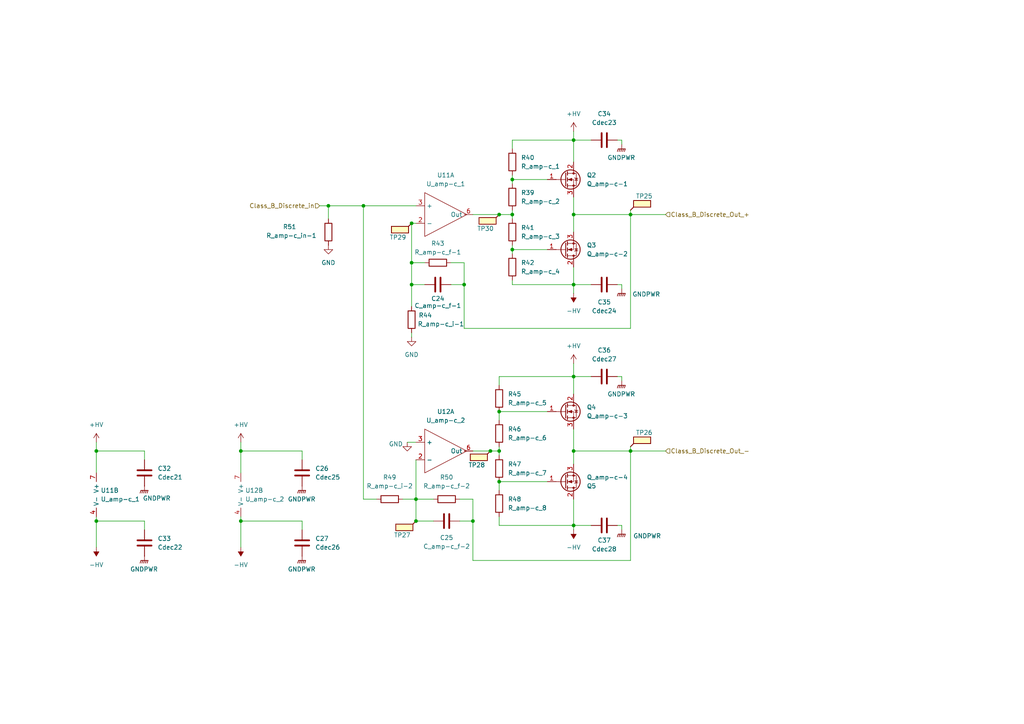
<source format=kicad_sch>
(kicad_sch (version 20231120) (generator "eeschema") (generator_version "8.0")
  (paper "A4")
  (lib_symbols
    (symbol "Connector:TestPoint_Flag" (pin_numbers hide) (pin_names (offset 0.762) hide)
      (property "Reference" "TP" (at 3.429 1.778 0))
      (property "Value" "TestPoint_Flag" (at 3.302 4.191 0))
      (symbol "TestPoint_Flag_0_1"
        (polyline (pts (xy 0 0) (xy 0.889 0.889)) (stroke (width 0.254)))
        (rectangle (start 0.889 2.794) (end 5.842 0.889) (stroke (width 0.254)) (fill (type background)))
      )
      (symbol "TestPoint_Flag_1_1"
        (pin passive line (at 0 0 90) (length 0) (name "1") (number "1"))
      )
    )
    (symbol "Custom_parts:TL081"
      (property "Reference" "U" (at 5.08 10.922 0))
      (property "Value" "TL081" (at 5.334 8.636 0))
      (symbol "TL081_1_1"
        (polyline (pts (xy 0 6.35) (xy 0 -6.35) (xy 12.192 0) (xy 0 6.35)))
        (pin no_connect line (at 2.54 -7.62 90) (length 2.54) hide (name "NC") (number "1"))
        (pin input line (at -2.54 -2.54 0) (length 2.54) (name "-") (number "2"))
        (pin input line (at -2.54 2.54 0) (length 2.54) (name "+") (number "3"))
        (pin no_connect line (at 7.62 -5.08 90) (length 2.54) hide (name "NC") (number "5"))
        (pin bidirectional line (at 13.97 0 180) (length 2.54) (name "Out") (number "6"))
        (pin no_connect line (at 2.54 7.62 270) (length 2.54) hide (name "NC") (number "8"))
      )
      (symbol "TL081_2_1"
        (pin power_in line (at 0 -6.35 90) (length 2.54) (name "V-") (number "4"))
        (pin power_in line (at 0 6.35 270) (length 2.54) (name "V+") (number "7"))
      )
    )
    (symbol "Device:C" (pin_numbers hide) (pin_names (offset 0.254))
      (property "Reference" "C" (at 0.635 2.54 0))
      (property "Value" "C" (at 0.635 -2.54 0))
      (symbol "C_0_1"
        (polyline (pts (xy -2.032 -0.762) (xy 2.032 -0.762)) (stroke (width 0.508)))
        (polyline (pts (xy -2.032 0.762) (xy 2.032 0.762)) (stroke (width 0.508)))
      )
      (symbol "C_1_1"
        (pin passive line (at 0 3.81 270) (length 2.794) (name "~") (number "1"))
        (pin passive line (at 0 -3.81 90) (length 2.794) (name "~") (number "2"))
      )
    )
    (symbol "Device:R" (pin_numbers hide) (pin_names (offset 0))
      (property "Reference" "R" (at 2.032 0 90))
      (property "Value" "R" (at 0 0 90))
      (symbol "R_0_1"
        (rectangle (start -1.016 -2.54) (end 1.016 2.54) (stroke (width 0.254)))
      )
      (symbol "R_1_1"
        (pin passive line (at 0 3.81 270) (length 1.27) (name "~") (number "1"))
        (pin passive line (at 0 -3.81 90) (length 1.27) (name "~") (number "2"))
      )
    )
    (symbol "Transistor_FET:IRF3205" (pin_names hide)
      (property "Reference" "Q" (at 5.08 1.905 0))
      (property "Value" "IRF3205" (at 5.08 0 0))
      (symbol "IRF3205_0_1"
        (polyline (pts (xy 0.254 0) (xy -2.54 0)))
        (polyline (pts (xy 0.254 1.905) (xy 0.254 -1.905)) (stroke (width 0.254)))
        (polyline (pts (xy 0.762 -1.27) (xy 0.762 -2.286)) (stroke (width 0.254)))
        (polyline (pts (xy 0.762 0.508) (xy 0.762 -0.508)) (stroke (width 0.254)))
        (polyline (pts (xy 0.762 2.286) (xy 0.762 1.27)) (stroke (width 0.254)))
        (polyline (pts (xy 2.54 2.54) (xy 2.54 1.778)))
        (polyline (pts (xy 2.54 -2.54) (xy 2.54 0) (xy 0.762 0)))
        (polyline (pts (xy 0.762 -1.778) (xy 3.302 -1.778) (xy 3.302 1.778) (xy 0.762 1.778)))
        (polyline (pts (xy 1.016 0) (xy 2.032 0.381) (xy 2.032 -0.381) (xy 1.016 0)) (fill (type outline)))
        (polyline (pts (xy 2.794 0.508) (xy 2.921 0.381) (xy 3.683 0.381) (xy 3.81 0.254)))
        (polyline (pts (xy 3.302 0.381) (xy 2.921 -0.254) (xy 3.683 -0.254) (xy 3.302 0.381)))
        (circle (center 1.651 0) (radius 2.794) (stroke (width 0.254)))
        (circle (center 2.54 -1.778) (radius 0.254) (fill (type outline)))
        (circle (center 2.54 1.778) (radius 0.254) (fill (type outline)))
      )
      (symbol "IRF3205_1_1"
        (pin input line (at -5.08 0 0) (length 2.54) (name "G") (number "1"))
        (pin passive line (at 2.54 5.08 270) (length 2.54) (name "D") (number "2"))
        (pin passive line (at 2.54 -5.08 90) (length 2.54) (name "S") (number "3"))
      )
    )
    (symbol "power:GND" (power) (pin_numbers hide) (pin_names (offset 0) hide)
      (property "Value" "GND" (at 0 -3.81 0))
      (symbol "GND_0_1"
        (polyline (pts (xy 0 0) (xy 0 -1.27) (xy 1.27 -1.27) (xy 0 -2.54) (xy -1.27 -1.27) (xy 0 -1.27)))
      )
      (symbol "GND_1_1"
        (pin power_in line (at 0 0 270) (length 0) (name "~") (number "1"))
      )
    )
    (symbol "power:GNDPWR" (power) (pin_numbers hide) (pin_names (offset 0) hide)
      (property "Value" "GNDPWR" (at 0 -3.302 0))
      (symbol "GNDPWR_0_1"
        (polyline (pts (xy 0 -1.27) (xy 0 0)))
        (polyline (pts (xy -1.016 -1.27) (xy -1.27 -2.032) (xy -1.27 -2.032)) (stroke (width 0.2032)))
        (polyline (pts (xy -0.508 -1.27) (xy -0.762 -2.032) (xy -0.762 -2.032)) (stroke (width 0.2032)))
        (polyline (pts (xy 0 -1.27) (xy -0.254 -2.032) (xy -0.254 -2.032)) (stroke (width 0.2032)))
        (polyline (pts (xy 0.508 -1.27) (xy 0.254 -2.032) (xy 0.254 -2.032)) (stroke (width 0.2032)))
        (polyline (pts (xy 1.016 -1.27) (xy -1.016 -1.27) (xy -1.016 -1.27)) (stroke (width 0.2032)))
        (polyline (pts (xy 1.016 -1.27) (xy 0.762 -2.032) (xy 0.762 -2.032) (xy 0.762 -2.032)) (stroke (width 0.2032)))
      )
      (symbol "GNDPWR_1_1"
        (pin power_in line (at 0 0 270) (length 0) (name "~") (number "1"))
      )
    )
    (symbol "power:VCC" (power) (pin_numbers hide) (pin_names (offset 0) hide)
      (property "Value" "VCC" (at 0 3.556 0))
      (symbol "VCC_0_1"
        (polyline (pts (xy -0.762 1.27) (xy 0 2.54)))
        (polyline (pts (xy 0 0) (xy 0 2.54)))
        (polyline (pts (xy 0 2.54) (xy 0.762 1.27)))
      )
      (symbol "VCC_1_1"
        (pin power_in line (at 0 0 90) (length 0) (name "~") (number "1"))
      )
    )
    (symbol "power:VSS" (power) (pin_numbers hide) (pin_names (offset 0) hide)
      (property "Value" "VSS" (at 0 3.556 0))
      (symbol "VSS_0_1"
        (polyline (pts (xy 0 0) (xy 0 2.54)))
        (polyline (pts (xy 0.762 1.27) (xy -0.762 1.27) (xy 0 2.54) (xy 0.762 1.27)) (fill (type outline)))
      )
      (symbol "VSS_1_1"
        (pin power_in line (at 0 0 90) (length 0) (name "~") (number "1"))
      )
    )
  )
  (junction (at 148.59 52.07))
  (junction (at 105.41 59.69))
  (junction (at 166.37 130.81))
  (junction (at 144.78 139.7))
  (junction (at 144.78 130.81))
  (junction (at 144.78 119.38))
  (junction (at 166.37 40.64))
  (junction (at 27.94 151.13))
  (junction (at 142.24 130.81))
  (junction (at 182.88 130.81))
  (junction (at 119.38 76.2))
  (junction (at 27.94 130.81))
  (junction (at 166.37 152.4))
  (junction (at 148.59 62.23))
  (junction (at 148.59 72.39))
  (junction (at 166.37 82.55))
  (junction (at 69.85 130.81))
  (junction (at 119.38 82.55))
  (junction (at 69.85 151.13))
  (junction (at 182.88 62.23))
  (junction (at 120.65 144.78))
  (junction (at 166.37 62.23))
  (junction (at 166.37 109.22))
  (junction (at 95.25 59.69))
  (junction (at 120.65 151.13))
  (junction (at 137.16 151.13))
  (junction (at 134.62 82.55))
  (junction (at 144.78 62.23))
  (junction (at 119.38 64.77))
  (wire (pts (xy 180.34 41.91) (xy 180.34 40.64)))
  (wire (pts (xy 123.19 76.2) (xy 119.38 76.2)))
  (wire (pts (xy 166.37 40.64) (xy 166.37 46.99)))
  (wire (pts (xy 87.63 153.67) (xy 87.63 151.13)))
  (wire (pts (xy 166.37 124.46) (xy 166.37 130.81)))
  (wire (pts (xy 166.37 130.81) (xy 182.88 130.81)))
  (wire (pts (xy 180.34 82.55) (xy 179.07 82.55)))
  (wire (pts (xy 41.91 130.81) (xy 27.94 130.81)))
  (wire (pts (xy 182.88 60.96) (xy 182.88 62.23)))
  (wire (pts (xy 182.88 162.56) (xy 182.88 130.81)))
  (wire (pts (xy 120.65 151.13) (xy 120.65 144.78)))
  (wire (pts (xy 166.37 105.41) (xy 166.37 109.22)))
  (wire (pts (xy 144.78 119.38) (xy 158.75 119.38)))
  (wire (pts (xy 166.37 85.09) (xy 166.37 82.55)))
  (wire (pts (xy 144.78 149.86) (xy 144.78 152.4)))
  (wire (pts (xy 158.75 72.39) (xy 148.59 72.39)))
  (wire (pts (xy 120.65 64.77) (xy 119.38 64.77)))
  (wire (pts (xy 166.37 153.67) (xy 166.37 152.4)))
  (wire (pts (xy 116.84 144.78) (xy 120.65 144.78)))
  (wire (pts (xy 148.59 40.64) (xy 166.37 40.64)))
  (wire (pts (xy 182.88 95.25) (xy 182.88 62.23)))
  (wire (pts (xy 148.59 81.28) (xy 148.59 82.55)))
  (wire (pts (xy 142.24 130.81) (xy 144.78 130.81)))
  (wire (pts (xy 119.38 82.55) (xy 123.19 82.55)))
  (wire (pts (xy 180.34 40.64) (xy 179.07 40.64)))
  (wire (pts (xy 87.63 130.81) (xy 69.85 130.81)))
  (wire (pts (xy 182.88 129.54) (xy 182.88 130.81)))
  (wire (pts (xy 27.94 151.13) (xy 27.94 158.75)))
  (wire (pts (xy 166.37 62.23) (xy 182.88 62.23)))
  (wire (pts (xy 148.59 43.18) (xy 148.59 40.64)))
  (wire (pts (xy 137.16 162.56) (xy 182.88 162.56)))
  (wire (pts (xy 180.34 110.49) (xy 180.34 109.22)))
  (wire (pts (xy 144.78 62.23) (xy 148.59 62.23)))
  (wire (pts (xy 144.78 139.7) (xy 144.78 142.24)))
  (wire (pts (xy 148.59 52.07) (xy 148.59 53.34)))
  (wire (pts (xy 166.37 62.23) (xy 166.37 67.31)))
  (wire (pts (xy 41.91 133.35) (xy 41.91 130.81)))
  (wire (pts (xy 148.59 52.07) (xy 158.75 52.07)))
  (wire (pts (xy 180.34 153.67) (xy 180.34 152.4)))
  (wire (pts (xy 180.34 152.4) (xy 179.07 152.4)))
  (wire (pts (xy 166.37 130.81) (xy 166.37 134.62)))
  (wire (pts (xy 118.11 128.27) (xy 120.65 128.27)))
  (wire (pts (xy 119.38 76.2) (xy 119.38 82.55)))
  (wire (pts (xy 144.78 119.38) (xy 144.78 121.92)))
  (wire (pts (xy 134.62 76.2) (xy 134.62 82.55)))
  (wire (pts (xy 166.37 114.3) (xy 166.37 109.22)))
  (wire (pts (xy 69.85 128.27) (xy 69.85 130.81)))
  (wire (pts (xy 120.65 144.78) (xy 125.73 144.78)))
  (wire (pts (xy 95.25 63.5) (xy 95.25 59.69)))
  (wire (pts (xy 171.45 82.55) (xy 166.37 82.55)))
  (wire (pts (xy 134.62 82.55) (xy 134.62 95.25)))
  (wire (pts (xy 148.59 62.23) (xy 148.59 63.5)))
  (wire (pts (xy 133.35 151.13) (xy 137.16 151.13)))
  (wire (pts (xy 144.78 130.81) (xy 144.78 132.08)))
  (wire (pts (xy 120.65 133.35) (xy 120.65 144.78)))
  (wire (pts (xy 144.78 139.7) (xy 158.75 139.7)))
  (wire (pts (xy 27.94 149.86) (xy 27.94 151.13)))
  (wire (pts (xy 130.81 76.2) (xy 134.62 76.2)))
  (wire (pts (xy 171.45 152.4) (xy 166.37 152.4)))
  (wire (pts (xy 27.94 130.81) (xy 27.94 137.16)))
  (wire (pts (xy 182.88 62.23) (xy 193.04 62.23)))
  (wire (pts (xy 148.59 82.55) (xy 166.37 82.55)))
  (wire (pts (xy 166.37 57.15) (xy 166.37 62.23)))
  (wire (pts (xy 144.78 109.22) (xy 166.37 109.22)))
  (wire (pts (xy 148.59 50.8) (xy 148.59 52.07)))
  (wire (pts (xy 144.78 152.4) (xy 166.37 152.4)))
  (wire (pts (xy 137.16 144.78) (xy 137.16 151.13)))
  (wire (pts (xy 133.35 144.78) (xy 137.16 144.78)))
  (wire (pts (xy 137.16 151.13) (xy 137.16 162.56)))
  (wire (pts (xy 125.73 151.13) (xy 120.65 151.13)))
  (wire (pts (xy 166.37 38.1) (xy 166.37 40.64)))
  (wire (pts (xy 92.71 59.69) (xy 95.25 59.69)))
  (wire (pts (xy 180.34 83.82) (xy 180.34 82.55)))
  (wire (pts (xy 144.78 129.54) (xy 144.78 130.81)))
  (wire (pts (xy 148.59 72.39) (xy 148.59 73.66)))
  (wire (pts (xy 105.41 59.69) (xy 120.65 59.69)))
  (wire (pts (xy 171.45 109.22) (xy 166.37 109.22)))
  (wire (pts (xy 180.34 109.22) (xy 179.07 109.22)))
  (wire (pts (xy 166.37 152.4) (xy 166.37 144.78)))
  (wire (pts (xy 87.63 133.35) (xy 87.63 130.81)))
  (wire (pts (xy 95.25 59.69) (xy 105.41 59.69)))
  (wire (pts (xy 41.91 153.67) (xy 41.91 151.13)))
  (wire (pts (xy 166.37 82.55) (xy 166.37 77.47)))
  (wire (pts (xy 137.16 62.23) (xy 144.78 62.23)))
  (wire (pts (xy 69.85 130.81) (xy 69.85 137.16)))
  (wire (pts (xy 148.59 72.39) (xy 148.59 71.12)))
  (wire (pts (xy 87.63 151.13) (xy 69.85 151.13)))
  (wire (pts (xy 130.81 82.55) (xy 134.62 82.55)))
  (wire (pts (xy 182.88 130.81) (xy 193.04 130.81)))
  (wire (pts (xy 144.78 109.22) (xy 144.78 111.76)))
  (wire (pts (xy 171.45 40.64) (xy 166.37 40.64)))
  (wire (pts (xy 41.91 151.13) (xy 27.94 151.13)))
  (wire (pts (xy 27.94 128.27) (xy 27.94 130.81)))
  (wire (pts (xy 105.41 59.69) (xy 105.41 144.78)))
  (wire (pts (xy 137.16 130.81) (xy 142.24 130.81)))
  (wire (pts (xy 69.85 151.13) (xy 69.85 149.86)))
  (wire (pts (xy 134.62 95.25) (xy 182.88 95.25)))
  (wire (pts (xy 119.38 64.77) (xy 119.38 76.2)))
  (wire (pts (xy 69.85 158.75) (xy 69.85 151.13)))
  (wire (pts (xy 148.59 60.96) (xy 148.59 62.23)))
  (wire (pts (xy 119.38 82.55) (xy 119.38 88.9)))
  (wire (pts (xy 105.41 144.78) (xy 109.22 144.78)))
  (wire (pts (xy 119.38 97.79) (xy 119.38 96.52)))
  (hierarchical_label "Class_B_Discrete_Out_-" (shape input) (at 193.04 130.81 0))
  (hierarchical_label "Class_B_Discrete_Out_+" (shape input) (at 193.04 62.23 0))
  (hierarchical_label "Class_B_Discrete_in" (shape input) (at 92.71 59.69 180))
  (symbol (lib_id "power:GND") (at 119.38 97.79 0) (unit 1)
    (property "Reference" "#PWR074" (effects (hide yes)))
    (property "Value" "GND" (at 119.38 102.87 0))
    (property "Description" "Power symbol creates a global label with name \"GND\" , ground" (effects (hide yes)))
  )
  (symbol (lib_id "Device:R") (at 148.59 67.31 0) (unit 1)
    (property "Reference" "R41" (at 151.13 66.0399 0) (effects (justify left)))
    (property "Value" "R_amp-c_3" (at 151.13 68.5799 0) (effects (justify left)))
    (property "Footprint" "Resistor_THT:R_Axial_DIN0207_L6.3mm_D2.5mm_P10.16mm_Horizontal" (effects (hide yes)))
    (property "Description" "Resistor" (effects (hide yes)))
  )
  (symbol (lib_id "power:VCC") (at 27.94 128.27 0) (unit 1)
    (property "Reference" "#PWR079" (effects (hide yes)))
    (property "Value" "+HV" (at 27.94 123.19 0))
    (property "Description" "Power symbol creates a global label with name \"VCC\"" (effects (hide yes)))
  )
  (symbol (lib_id "power:GNDPWR") (at 180.34 41.91 0) (unit 1)
    (property "Reference" "#PWR085" (effects (hide yes)))
    (property "Value" "GNDPWR" (at 180.213 45.72 0))
    (property "Description" "Power symbol creates a global label with name \"GNDPWR\" , global ground" (effects (hide yes)))
  )
  (symbol (lib_id "power:GNDPWR") (at 180.34 83.82 0) (unit 1)
    (property "Reference" "#PWR086" (effects (hide yes)))
    (property "Value" "GNDPWR" (at 187.452 85.344 0))
    (property "Description" "Power symbol creates a global label with name \"GNDPWR\" , global ground" (effects (hide yes)))
  )
  (symbol (lib_id "power:GNDPWR") (at 180.34 110.49 0) (unit 1)
    (property "Reference" "#PWR087" (effects (hide yes)))
    (property "Value" "GNDPWR" (at 180.213 114.3 0))
    (property "Description" "Power symbol creates a global label with name \"GNDPWR\" , global ground" (effects (hide yes)))
  )
  (symbol (lib_id "Device:C") (at 175.26 152.4 90) (unit 1)
    (property "Reference" "C37" (at 175.26 156.718 90))
    (property "Value" "Cdec28" (at 175.26 159.258 90))
    (property "Footprint" "Capacitor_THT:C_Disc_D3.0mm_W1.6mm_P2.50mm" (effects (hide yes)))
    (property "Description" "Unpolarized capacitor" (effects (hide yes)))
  )
  (symbol (lib_id "power:GNDPWR") (at 180.34 153.67 0) (unit 1)
    (property "Reference" "#PWR088" (effects (hide yes)))
    (property "Value" "GNDPWR" (at 187.706 155.448 0))
    (property "Description" "Power symbol creates a global label with name \"GNDPWR\" , global ground" (effects (hide yes)))
  )
  (symbol (lib_id "Device:C") (at 175.26 40.64 90) (unit 1)
    (property "Reference" "C34" (at 175.26 33.02 90))
    (property "Value" "Cdec23" (at 175.26 35.56 90))
    (property "Footprint" "Capacitor_THT:C_Disc_D3.0mm_W1.6mm_P2.50mm" (effects (hide yes)))
    (property "Description" "Unpolarized capacitor" (effects (hide yes)))
  )
  (symbol (lib_id "Device:R") (at 95.25 67.31 180) (unit 1)
    (property "Reference" "R51" (at 82.042 65.786 0) (effects (justify right)))
    (property "Value" "R_amp-c_in-1" (at 77.216 68.326 0) (effects (justify right)))
    (property "Footprint" "Resistor_THT:R_Axial_DIN0207_L6.3mm_D2.5mm_P10.16mm_Horizontal" (effects (hide yes)))
    (property "Description" "Resistor" (effects (hide yes)))
  )
  (symbol (lib_id "Device:C") (at 129.54 151.13 90) (unit 1)
    (property "Reference" "C25" (at 129.54 155.956 90))
    (property "Value" "C_amp-c_f-2" (at 129.54 158.496 90))
    (property "Footprint" "Capacitor_THT:C_Disc_D3.0mm_W1.6mm_P2.50mm" (effects (hide yes)))
    (property "Description" "Unpolarized capacitor" (effects (hide yes)))
  )
  (symbol (lib_id "power:VCC") (at 166.37 38.1 0) (unit 1)
    (property "Reference" "#PWR073" (effects (hide yes)))
    (property "Value" "+HV" (at 166.37 33.02 0))
    (property "Description" "Power symbol creates a global label with name \"VCC\"" (effects (hide yes)))
  )
  (symbol (lib_id "Custom_parts:TL081") (at 27.94 143.51 0) (unit 2)
    (property "Reference" "U11" (at 29.21 142.2399 0) (effects (justify left)))
    (property "Value" "U_amp-c_1" (at 29.21 144.7799 0) (effects (justify left)))
    (property "Footprint" "Package_DIP:CERDIP-8_W7.62mm_SideBrazed_LongPads_Socket" (effects (hide yes)))
  )
  (symbol (lib_id "power:GNDPWR") (at 87.63 140.97 0) (unit 1)
    (property "Reference" "#PWR081" (effects (hide yes)))
    (property "Value" "GNDPWR" (at 87.503 144.78 0))
    (property "Description" "Power symbol creates a global label with name \"GNDPWR\" , global ground" (effects (hide yes)))
  )
  (symbol (lib_id "Connector:TestPoint_Flag") (at 119.38 64.77 180) (unit 1)
    (property "Reference" "TP29" (at 117.856 68.834 0) (effects (justify left)))
    (property "Value" "TestPoint_Flag" (effects (hide yes)))
    (property "Footprint" "TestPoint:TestPoint_Pad_D1.5mm" (effects (hide yes)))
    (property "Description" "test point (alternative flag-style design)" (effects (hide yes)))
  )
  (symbol (lib_id "Custom_parts:TL081") (at 123.19 62.23 0) (unit 1)
    (property "Reference" "U11" (at 129.286 50.8 0))
    (property "Value" "U_amp-c_1" (at 129.286 53.34 0))
    (property "Footprint" "Package_DIP:CERDIP-8_W7.62mm_SideBrazed_LongPads_Socket" (effects (hide yes)))
  )
  (symbol (lib_id "Custom_parts:TL081") (at 69.85 143.51 0) (unit 2)
    (property "Reference" "U12" (at 71.12 142.2399 0) (effects (justify left)))
    (property "Value" "U_amp-c_2" (at 71.12 144.7799 0) (effects (justify left)))
    (property "Footprint" "Package_DIP:CERDIP-8_W7.62mm_SideBrazed_LongPads_Socket" (effects (hide yes)))
  )
  (symbol (lib_id "Device:C") (at 175.26 82.55 90) (unit 1)
    (property "Reference" "C35" (at 175.26 87.63 90))
    (property "Value" "Cdec24" (at 175.26 90.17 90))
    (property "Footprint" "Capacitor_THT:C_Disc_D3.0mm_W1.6mm_P2.50mm" (effects (hide yes)))
    (property "Description" "Unpolarized capacitor" (effects (hide yes)))
  )
  (symbol (lib_id "power:GNDPWR") (at 41.91 161.29 0) (unit 1)
    (property "Reference" "#PWR083" (effects (hide yes)))
    (property "Value" "GNDPWR" (at 41.783 165.1 0))
    (property "Description" "Power symbol creates a global label with name \"GNDPWR\" , global ground" (effects (hide yes)))
  )
  (symbol (lib_id "power:VSS") (at 27.94 158.75 180) (unit 1)
    (property "Reference" "#PWR080" (effects (hide yes)))
    (property "Value" "-HV" (at 27.94 163.83 0))
    (property "Description" "Power symbol creates a global label with name \"VSS\"" (effects (hide yes)))
  )
  (symbol (lib_id "power:GNDPWR") (at 87.63 161.29 0) (unit 1)
    (property "Reference" "#PWR082" (effects (hide yes)))
    (property "Value" "GNDPWR" (at 87.503 165.1 0))
    (property "Description" "Power symbol creates a global label with name \"GNDPWR\" , global ground" (effects (hide yes)))
  )
  (symbol (lib_id "Connector:TestPoint_Flag") (at 144.78 62.23 180) (unit 1)
    (property "Reference" "TP30" (at 143.256 66.294 0) (effects (justify left)))
    (property "Value" "TestPoint_Flag" (effects (hide yes)))
    (property "Footprint" "TestPoint:TestPoint_Pad_D1.5mm" (effects (hide yes)))
    (property "Description" "test point (alternative flag-style design)" (effects (hide yes)))
  )
  (symbol (lib_id "Device:C") (at 41.91 137.16 0) (unit 1)
    (property "Reference" "C32" (at 45.72 135.8899 0) (effects (justify left)))
    (property "Value" "Cdec21" (at 45.72 138.4299 0) (effects (justify left)))
    (property "Footprint" "Capacitor_THT:C_Disc_D3.0mm_W1.6mm_P2.50mm" (effects (hide yes)))
    (property "Description" "Unpolarized capacitor" (effects (hide yes)))
  )
  (symbol (lib_id "power:VSS") (at 166.37 153.67 180) (unit 1)
    (property "Reference" "#PWR076" (effects (hide yes)))
    (property "Value" "-HV" (at 166.37 158.75 0))
    (property "Description" "Power symbol creates a global label with name \"VSS\"" (effects (hide yes)))
  )
  (symbol (lib_id "Device:R") (at 144.78 135.89 0) (unit 1)
    (property "Reference" "R47" (at 147.32 134.6199 0) (effects (justify left)))
    (property "Value" "R_amp-c_7" (at 147.32 137.1599 0) (effects (justify left)))
    (property "Footprint" "Resistor_THT:R_Axial_DIN0207_L6.3mm_D2.5mm_P10.16mm_Horizontal" (effects (hide yes)))
    (property "Description" "Resistor" (effects (hide yes)))
  )
  (symbol (lib_id "power:VCC") (at 69.85 128.27 0) (unit 1)
    (property "Reference" "#PWR077" (effects (hide yes)))
    (property "Value" "+HV" (at 69.85 123.19 0))
    (property "Description" "Power symbol creates a global label with name \"VCC\"" (effects (hide yes)))
  )
  (symbol (lib_id "power:GND") (at 118.11 128.27 0) (unit 1)
    (property "Reference" "#PWR070" (effects (hide yes)))
    (property "Value" "GND" (at 114.808 128.778 0))
    (property "Description" "Power symbol creates a global label with name \"GND\" , ground" (effects (hide yes)))
  )
  (symbol (lib_id "Connector:TestPoint_Flag") (at 182.88 129.54 0) (unit 1)
    (property "Reference" "TP26" (at 184.404 125.476 0) (effects (justify left)))
    (property "Value" "TestPoint_Flag" (effects (hide yes)))
    (property "Footprint" "TestPoint:TestPoint_Pad_D1.5mm" (effects (hide yes)))
    (property "Description" "test point (alternative flag-style design)" (effects (hide yes)))
  )
  (symbol (lib_id "Device:R") (at 144.78 125.73 0) (unit 1)
    (property "Reference" "R46" (at 147.32 124.4599 0) (effects (justify left)))
    (property "Value" "R_amp-c_6" (at 147.32 126.9999 0) (effects (justify left)))
    (property "Footprint" "Resistor_THT:R_Axial_DIN0207_L6.3mm_D2.5mm_P10.16mm_Horizontal" (effects (hide yes)))
    (property "Description" "Resistor" (effects (hide yes)))
  )
  (symbol (lib_id "Device:C") (at 41.91 157.48 0) (unit 1)
    (property "Reference" "C33" (at 45.72 156.2099 0) (effects (justify left)))
    (property "Value" "Cdec22" (at 45.72 158.7499 0) (effects (justify left)))
    (property "Footprint" "Capacitor_THT:C_Disc_D3.0mm_W1.6mm_P2.50mm" (effects (hide yes)))
    (property "Description" "Unpolarized capacitor" (effects (hide yes)))
  )
  (symbol (lib_id "Device:R") (at 148.59 57.15 0) (unit 1)
    (property "Reference" "R39" (at 151.13 55.8799 0) (effects (justify left)))
    (property "Value" "R_amp-c_2" (at 151.13 58.4199 0) (effects (justify left)))
    (property "Footprint" "Resistor_THT:R_Axial_DIN0207_L6.3mm_D2.5mm_P10.16mm_Horizontal" (effects (hide yes)))
    (property "Description" "Resistor" (effects (hide yes)))
  )
  (symbol (lib_id "Device:R") (at 148.59 46.99 0) (unit 1)
    (property "Reference" "R40" (at 151.13 45.7199 0) (effects (justify left)))
    (property "Value" "R_amp-c_1" (at 151.13 48.2599 0) (effects (justify left)))
    (property "Footprint" "Resistor_THT:R_Axial_DIN0207_L6.3mm_D2.5mm_P10.16mm_Horizontal" (effects (hide yes)))
    (property "Description" "Resistor" (effects (hide yes)))
  )
  (symbol (lib_id "power:VSS") (at 166.37 85.09 180) (unit 1)
    (property "Reference" "#PWR072" (effects (hide yes)))
    (property "Value" "-HV" (at 166.37 90.17 0))
    (property "Description" "Power symbol creates a global label with name \"VSS\"" (effects (hide yes)))
  )
  (symbol (lib_id "Transistor_FET:IRF3205") (at 163.83 72.39 0) (mirror x) (unit 1)
    (property "Reference" "Q3" (at 170.18 71.1199 0) (effects (justify left)))
    (property "Value" "Q_amp-c-2" (at 170.18 73.6599 0) (effects (justify left)))
    (property "Footprint" "Package_TO_SOT_THT:TO-220-3_Vertical" (effects (hide yes)))
    (property "Datasheet" "http://www.irf.com/product-info/datasheets/data/irf3205.pdf" (effects (hide yes)))
    (property "Description" "110A Id, 55V Vds, Single N-Channel HEXFET Power MOSFET, 8mOhm Ron, TO-220AB" (effects (hide yes)))
  )
  (symbol (lib_id "Connector:TestPoint_Flag") (at 142.24 130.81 180) (unit 1)
    (property "Reference" "TP28" (at 140.716 134.874 0) (effects (justify left)))
    (property "Value" "TestPoint_Flag" (effects (hide yes)))
    (property "Footprint" "TestPoint:TestPoint_Pad_D1.5mm" (effects (hide yes)))
    (property "Description" "test point (alternative flag-style design)" (effects (hide yes)))
  )
  (symbol (lib_id "Custom_parts:TL081") (at 123.19 130.81 0) (unit 1)
    (property "Reference" "U12" (at 129.286 119.38 0))
    (property "Value" "U_amp-c_2" (at 129.286 121.92 0))
    (property "Footprint" "Package_DIP:CERDIP-8_W7.62mm_SideBrazed_LongPads_Socket" (effects (hide yes)))
  )
  (symbol (lib_id "Device:R") (at 113.03 144.78 270) (unit 1)
    (property "Reference" "R49" (at 113.03 138.43 90))
    (property "Value" "R_amp-c_i-2" (at 113.03 140.97 90))
    (property "Footprint" "Resistor_THT:R_Axial_DIN0207_L6.3mm_D2.5mm_P10.16mm_Horizontal" (effects (hide yes)))
    (property "Description" "Resistor" (effects (hide yes)))
  )
  (symbol (lib_id "Connector:TestPoint_Flag") (at 182.88 60.96 0) (unit 1)
    (property "Reference" "TP25" (at 184.404 56.896 0) (effects (justify left)))
    (property "Value" "TestPoint_Flag" (effects (hide yes)))
    (property "Footprint" "TestPoint:TestPoint_Pad_D1.5mm" (effects (hide yes)))
    (property "Description" "test point (alternative flag-style design)" (effects (hide yes)))
  )
  (symbol (lib_id "Transistor_FET:IRF3205") (at 163.83 119.38 0) (unit 1)
    (property "Reference" "Q4" (at 170.18 118.1099 0) (effects (justify left)))
    (property "Value" "Q_amp-c-3" (at 170.18 120.6499 0) (effects (justify left)))
    (property "Footprint" "Package_TO_SOT_THT:TO-220-3_Vertical" (effects (hide yes)))
    (property "Datasheet" "http://www.irf.com/product-info/datasheets/data/irf3205.pdf" (effects (hide yes)))
    (property "Description" "110A Id, 55V Vds, Single N-Channel HEXFET Power MOSFET, 8mOhm Ron, TO-220AB" (effects (hide yes)))
  )
  (symbol (lib_id "Device:R") (at 127 76.2 90) (unit 1)
    (property "Reference" "R43" (at 127 70.612 90))
    (property "Value" "R_amp-c_f-1" (at 127 73.152 90))
    (property "Footprint" "Resistor_THT:R_Axial_DIN0207_L6.3mm_D2.5mm_P10.16mm_Horizontal" (effects (hide yes)))
    (property "Description" "Resistor" (effects (hide yes)))
  )
  (symbol (lib_id "Device:R") (at 148.59 77.47 0) (unit 1)
    (property "Reference" "R42" (at 151.13 76.1999 0) (effects (justify left)))
    (property "Value" "R_amp-c_4" (at 151.13 78.7399 0) (effects (justify left)))
    (property "Footprint" "Resistor_THT:R_Axial_DIN0207_L6.3mm_D2.5mm_P10.16mm_Horizontal" (effects (hide yes)))
    (property "Description" "Resistor" (effects (hide yes)))
  )
  (symbol (lib_id "Device:R") (at 144.78 115.57 0) (unit 1)
    (property "Reference" "R45" (at 147.32 114.2999 0) (effects (justify left)))
    (property "Value" "R_amp-c_5" (at 147.32 116.8399 0) (effects (justify left)))
    (property "Footprint" "Resistor_THT:R_Axial_DIN0207_L6.3mm_D2.5mm_P10.16mm_Horizontal" (effects (hide yes)))
    (property "Description" "Resistor" (effects (hide yes)))
  )
  (symbol (lib_id "Device:C") (at 127 82.55 90) (unit 1)
    (property "Reference" "C24" (at 127 86.614 90))
    (property "Value" "C_amp-c_f-1" (at 127 88.646 90))
    (property "Footprint" "Capacitor_THT:C_Disc_D3.0mm_W1.6mm_P2.50mm" (effects (hide yes)))
    (property "Description" "Unpolarized capacitor" (effects (hide yes)))
  )
  (symbol (lib_id "Device:R") (at 144.78 146.05 0) (unit 1)
    (property "Reference" "R48" (at 147.32 144.7799 0) (effects (justify left)))
    (property "Value" "R_amp-c_8" (at 147.32 147.3199 0) (effects (justify left)))
    (property "Footprint" "Resistor_THT:R_Axial_DIN0207_L6.3mm_D2.5mm_P10.16mm_Horizontal" (effects (hide yes)))
    (property "Description" "Resistor" (effects (hide yes)))
  )
  (symbol (lib_id "Connector:TestPoint_Flag") (at 120.65 151.13 180) (unit 1)
    (property "Reference" "TP27" (at 119.126 155.194 0) (effects (justify left)))
    (property "Value" "TestPoint_Flag" (effects (hide yes)))
    (property "Footprint" "TestPoint:TestPoint_Pad_D1.5mm" (effects (hide yes)))
    (property "Description" "test point (alternative flag-style design)" (effects (hide yes)))
  )
  (symbol (lib_id "Device:R") (at 119.38 92.71 180) (unit 1)
    (property "Reference" "R44" (at 121.412 91.44 0) (effects (justify right)))
    (property "Value" "R_amp-c_i-1" (at 121.158 93.98 0) (effects (justify right)))
    (property "Footprint" "Resistor_THT:R_Axial_DIN0207_L6.3mm_D2.5mm_P10.16mm_Horizontal" (effects (hide yes)))
    (property "Description" "Resistor" (effects (hide yes)))
  )
  (symbol (lib_id "power:VCC") (at 166.37 105.41 0) (unit 1)
    (property "Reference" "#PWR075" (effects (hide yes)))
    (property "Value" "+HV" (at 166.37 100.33 0))
    (property "Description" "Power symbol creates a global label with name \"VCC\"" (effects (hide yes)))
  )
  (symbol (lib_id "power:GND") (at 95.25 71.12 0) (unit 1)
    (property "Reference" "#PWR071" (effects (hide yes)))
    (property "Value" "GND" (at 95.25 76.2 0))
    (property "Description" "Power symbol creates a global label with name \"GND\" , ground" (effects (hide yes)))
  )
  (symbol (lib_id "power:VSS") (at 69.85 158.75 180) (unit 1)
    (property "Reference" "#PWR078" (effects (hide yes)))
    (property "Value" "-HV" (at 69.85 163.83 0))
    (property "Description" "Power symbol creates a global label with name \"VSS\"" (effects (hide yes)))
  )
  (symbol (lib_id "Device:C") (at 175.26 109.22 90) (unit 1)
    (property "Reference" "C36" (at 175.26 101.6 90))
    (property "Value" "Cdec27" (at 175.26 104.14 90))
    (property "Footprint" "Capacitor_THT:C_Disc_D3.0mm_W1.6mm_P2.50mm" (effects (hide yes)))
    (property "Description" "Unpolarized capacitor" (effects (hide yes)))
  )
  (symbol (lib_id "Device:C") (at 87.63 157.48 0) (unit 1)
    (property "Reference" "C27" (at 91.44 156.2099 0) (effects (justify left)))
    (property "Value" "Cdec26" (at 91.44 158.7499 0) (effects (justify left)))
    (property "Footprint" "Capacitor_THT:C_Disc_D3.0mm_W1.6mm_P2.50mm" (effects (hide yes)))
    (property "Description" "Unpolarized capacitor" (effects (hide yes)))
  )
  (symbol (lib_id "Device:R") (at 129.54 144.78 90) (unit 1)
    (property "Reference" "R50" (at 129.54 138.43 90))
    (property "Value" "R_amp-c_f-2" (at 129.54 140.97 90))
    (property "Footprint" "Resistor_THT:R_Axial_DIN0207_L6.3mm_D2.5mm_P10.16mm_Horizontal" (effects (hide yes)))
    (property "Description" "Resistor" (effects (hide yes)))
  )
  (symbol (lib_id "power:GNDPWR") (at 41.91 140.97 0) (unit 1)
    (property "Reference" "#PWR084" (effects (hide yes)))
    (property "Value" "GNDPWR" (at 45.466 144.526 0))
    (property "Description" "Power symbol creates a global label with name \"GNDPWR\" , global ground" (effects (hide yes)))
  )
  (symbol (lib_id "Transistor_FET:IRF3205") (at 163.83 139.7 0) (mirror x) (unit 1)
    (property "Reference" "Q5" (at 170.18 140.9701 0) (effects (justify left)))
    (property "Value" "Q_amp-c-4" (at 170.18 138.4301 0) (effects (justify left)))
    (property "Footprint" "Package_TO_SOT_THT:TO-220-3_Vertical" (effects (hide yes)))
    (property "Datasheet" "http://www.irf.com/product-info/datasheets/data/irf3205.pdf" (effects (hide yes)))
    (property "Description" "110A Id, 55V Vds, Single N-Channel HEXFET Power MOSFET, 8mOhm Ron, TO-220AB" (effects (hide yes)))
  )
  (symbol (lib_id "Transistor_FET:IRF3205") (at 163.83 52.07 0) (unit 1)
    (property "Reference" "Q2" (at 170.18 50.7999 0) (effects (justify left)))
    (property "Value" "Q_amp-c-1" (at 170.18 53.3399 0) (effects (justify left)))
    (property "Footprint" "Package_TO_SOT_THT:TO-220-3_Vertical" (effects (hide yes)))
    (property "Datasheet" "http://www.irf.com/product-info/datasheets/data/irf3205.pdf" (effects (hide yes)))
    (property "Description" "110A Id, 55V Vds, Single N-Channel HEXFET Power MOSFET, 8mOhm Ron, TO-220AB" (effects (hide yes)))
  )
  (symbol (lib_id "Device:C") (at 87.63 137.16 0) (unit 1)
    (property "Reference" "C26" (at 91.44 135.8899 0) (effects (justify left)))
    (property "Value" "Cdec25" (at 91.44 138.4299 0) (effects (justify left)))
    (property "Footprint" "Capacitor_THT:C_Disc_D3.0mm_W1.6mm_P2.50mm" (effects (hide yes)))
    (property "Description" "Unpolarized capacitor" (effects (hide yes)))
  )
)
</source>
